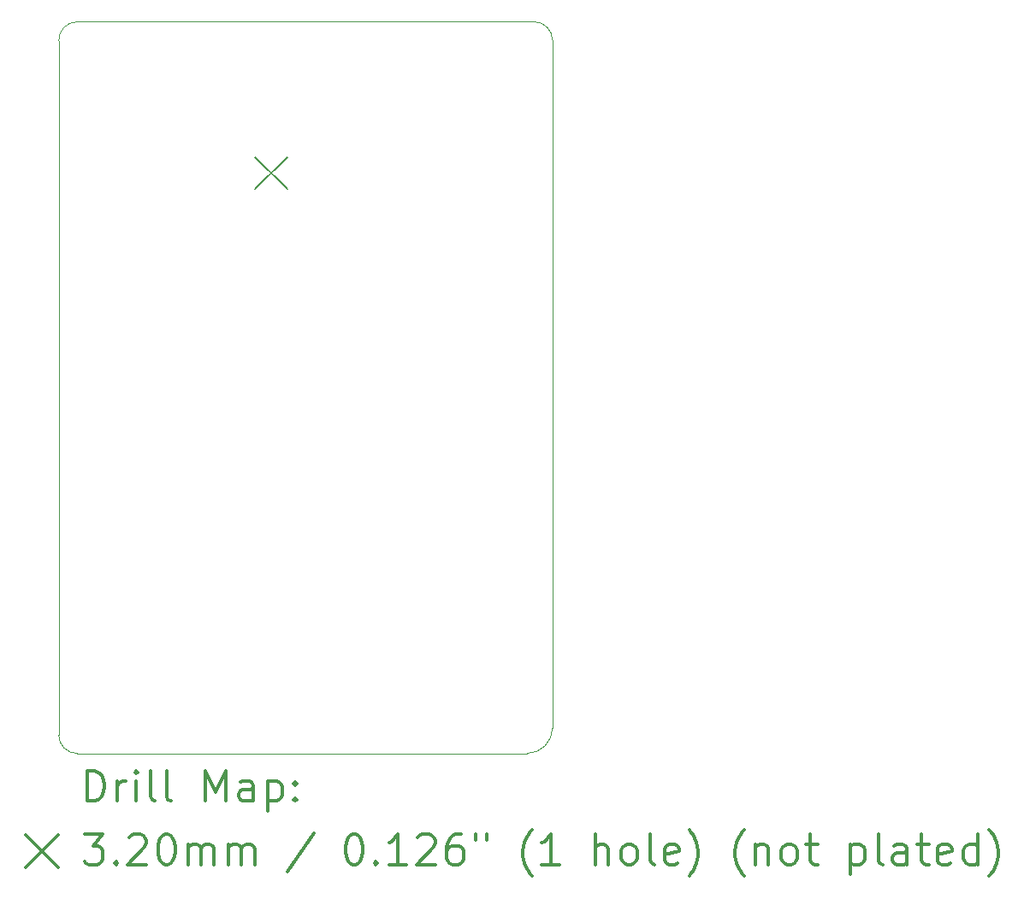
<source format=gbr>
%FSLAX45Y45*%
G04 Gerber Fmt 4.5, Leading zero omitted, Abs format (unit mm)*
G04 Created by KiCad (PCBNEW (5.1.6)-1) date 2021-10-25 07:35:55*
%MOMM*%
%LPD*%
G01*
G04 APERTURE LIST*
%TA.AperFunction,Profile*%
%ADD10C,0.050000*%
%TD*%
%TA.AperFunction,Profile*%
%ADD11C,0.100000*%
%TD*%
%ADD12C,0.200000*%
%ADD13C,0.300000*%
G04 APERTURE END LIST*
D10*
X12984480Y-19050000D02*
G75*
G02*
X12730480Y-19304000I-254000J0D01*
G01*
X8280400Y-19304000D02*
G75*
G02*
X8097520Y-19121120I0J182880D01*
G01*
X8097595Y-12242943D02*
G75*
G02*
X8280400Y-12054840I182805J5223D01*
G01*
X12801600Y-12054840D02*
G75*
G02*
X12984480Y-12237720I0J-182880D01*
G01*
D11*
X12984480Y-12237720D02*
X12984480Y-19050000D01*
X8280400Y-12054840D02*
X12801600Y-12054840D01*
X8097520Y-19121120D02*
X8097595Y-12242943D01*
X12730480Y-19304000D02*
X8280400Y-19304000D01*
D12*
X10040640Y-13393440D02*
X10360640Y-13713440D01*
X10360640Y-13393440D02*
X10040640Y-13713440D01*
D13*
X8378948Y-19774714D02*
X8378948Y-19474714D01*
X8450377Y-19474714D01*
X8493234Y-19489000D01*
X8521806Y-19517572D01*
X8536091Y-19546143D01*
X8550377Y-19603286D01*
X8550377Y-19646143D01*
X8536091Y-19703286D01*
X8521806Y-19731857D01*
X8493234Y-19760429D01*
X8450377Y-19774714D01*
X8378948Y-19774714D01*
X8678948Y-19774714D02*
X8678948Y-19574714D01*
X8678948Y-19631857D02*
X8693234Y-19603286D01*
X8707520Y-19589000D01*
X8736091Y-19574714D01*
X8764663Y-19574714D01*
X8864663Y-19774714D02*
X8864663Y-19574714D01*
X8864663Y-19474714D02*
X8850377Y-19489000D01*
X8864663Y-19503286D01*
X8878948Y-19489000D01*
X8864663Y-19474714D01*
X8864663Y-19503286D01*
X9050377Y-19774714D02*
X9021806Y-19760429D01*
X9007520Y-19731857D01*
X9007520Y-19474714D01*
X9207520Y-19774714D02*
X9178948Y-19760429D01*
X9164663Y-19731857D01*
X9164663Y-19474714D01*
X9550377Y-19774714D02*
X9550377Y-19474714D01*
X9650377Y-19689000D01*
X9750377Y-19474714D01*
X9750377Y-19774714D01*
X10021806Y-19774714D02*
X10021806Y-19617572D01*
X10007520Y-19589000D01*
X9978948Y-19574714D01*
X9921806Y-19574714D01*
X9893234Y-19589000D01*
X10021806Y-19760429D02*
X9993234Y-19774714D01*
X9921806Y-19774714D01*
X9893234Y-19760429D01*
X9878948Y-19731857D01*
X9878948Y-19703286D01*
X9893234Y-19674714D01*
X9921806Y-19660429D01*
X9993234Y-19660429D01*
X10021806Y-19646143D01*
X10164663Y-19574714D02*
X10164663Y-19874714D01*
X10164663Y-19589000D02*
X10193234Y-19574714D01*
X10250377Y-19574714D01*
X10278948Y-19589000D01*
X10293234Y-19603286D01*
X10307520Y-19631857D01*
X10307520Y-19717572D01*
X10293234Y-19746143D01*
X10278948Y-19760429D01*
X10250377Y-19774714D01*
X10193234Y-19774714D01*
X10164663Y-19760429D01*
X10436091Y-19746143D02*
X10450377Y-19760429D01*
X10436091Y-19774714D01*
X10421806Y-19760429D01*
X10436091Y-19746143D01*
X10436091Y-19774714D01*
X10436091Y-19589000D02*
X10450377Y-19603286D01*
X10436091Y-19617572D01*
X10421806Y-19603286D01*
X10436091Y-19589000D01*
X10436091Y-19617572D01*
X7772520Y-20109000D02*
X8092520Y-20429000D01*
X8092520Y-20109000D02*
X7772520Y-20429000D01*
X8350377Y-20104714D02*
X8536091Y-20104714D01*
X8436091Y-20219000D01*
X8478948Y-20219000D01*
X8507520Y-20233286D01*
X8521806Y-20247572D01*
X8536091Y-20276143D01*
X8536091Y-20347572D01*
X8521806Y-20376143D01*
X8507520Y-20390429D01*
X8478948Y-20404714D01*
X8393234Y-20404714D01*
X8364663Y-20390429D01*
X8350377Y-20376143D01*
X8664663Y-20376143D02*
X8678948Y-20390429D01*
X8664663Y-20404714D01*
X8650377Y-20390429D01*
X8664663Y-20376143D01*
X8664663Y-20404714D01*
X8793234Y-20133286D02*
X8807520Y-20119000D01*
X8836091Y-20104714D01*
X8907520Y-20104714D01*
X8936091Y-20119000D01*
X8950377Y-20133286D01*
X8964663Y-20161857D01*
X8964663Y-20190429D01*
X8950377Y-20233286D01*
X8778948Y-20404714D01*
X8964663Y-20404714D01*
X9150377Y-20104714D02*
X9178948Y-20104714D01*
X9207520Y-20119000D01*
X9221806Y-20133286D01*
X9236091Y-20161857D01*
X9250377Y-20219000D01*
X9250377Y-20290429D01*
X9236091Y-20347572D01*
X9221806Y-20376143D01*
X9207520Y-20390429D01*
X9178948Y-20404714D01*
X9150377Y-20404714D01*
X9121806Y-20390429D01*
X9107520Y-20376143D01*
X9093234Y-20347572D01*
X9078948Y-20290429D01*
X9078948Y-20219000D01*
X9093234Y-20161857D01*
X9107520Y-20133286D01*
X9121806Y-20119000D01*
X9150377Y-20104714D01*
X9378948Y-20404714D02*
X9378948Y-20204714D01*
X9378948Y-20233286D02*
X9393234Y-20219000D01*
X9421806Y-20204714D01*
X9464663Y-20204714D01*
X9493234Y-20219000D01*
X9507520Y-20247572D01*
X9507520Y-20404714D01*
X9507520Y-20247572D02*
X9521806Y-20219000D01*
X9550377Y-20204714D01*
X9593234Y-20204714D01*
X9621806Y-20219000D01*
X9636091Y-20247572D01*
X9636091Y-20404714D01*
X9778948Y-20404714D02*
X9778948Y-20204714D01*
X9778948Y-20233286D02*
X9793234Y-20219000D01*
X9821806Y-20204714D01*
X9864663Y-20204714D01*
X9893234Y-20219000D01*
X9907520Y-20247572D01*
X9907520Y-20404714D01*
X9907520Y-20247572D02*
X9921806Y-20219000D01*
X9950377Y-20204714D01*
X9993234Y-20204714D01*
X10021806Y-20219000D01*
X10036091Y-20247572D01*
X10036091Y-20404714D01*
X10621806Y-20090429D02*
X10364663Y-20476143D01*
X11007520Y-20104714D02*
X11036091Y-20104714D01*
X11064663Y-20119000D01*
X11078948Y-20133286D01*
X11093234Y-20161857D01*
X11107520Y-20219000D01*
X11107520Y-20290429D01*
X11093234Y-20347572D01*
X11078948Y-20376143D01*
X11064663Y-20390429D01*
X11036091Y-20404714D01*
X11007520Y-20404714D01*
X10978948Y-20390429D01*
X10964663Y-20376143D01*
X10950377Y-20347572D01*
X10936091Y-20290429D01*
X10936091Y-20219000D01*
X10950377Y-20161857D01*
X10964663Y-20133286D01*
X10978948Y-20119000D01*
X11007520Y-20104714D01*
X11236091Y-20376143D02*
X11250377Y-20390429D01*
X11236091Y-20404714D01*
X11221806Y-20390429D01*
X11236091Y-20376143D01*
X11236091Y-20404714D01*
X11536091Y-20404714D02*
X11364663Y-20404714D01*
X11450377Y-20404714D02*
X11450377Y-20104714D01*
X11421806Y-20147572D01*
X11393234Y-20176143D01*
X11364663Y-20190429D01*
X11650377Y-20133286D02*
X11664663Y-20119000D01*
X11693234Y-20104714D01*
X11764663Y-20104714D01*
X11793234Y-20119000D01*
X11807520Y-20133286D01*
X11821806Y-20161857D01*
X11821806Y-20190429D01*
X11807520Y-20233286D01*
X11636091Y-20404714D01*
X11821806Y-20404714D01*
X12078948Y-20104714D02*
X12021806Y-20104714D01*
X11993234Y-20119000D01*
X11978948Y-20133286D01*
X11950377Y-20176143D01*
X11936091Y-20233286D01*
X11936091Y-20347572D01*
X11950377Y-20376143D01*
X11964663Y-20390429D01*
X11993234Y-20404714D01*
X12050377Y-20404714D01*
X12078948Y-20390429D01*
X12093234Y-20376143D01*
X12107520Y-20347572D01*
X12107520Y-20276143D01*
X12093234Y-20247572D01*
X12078948Y-20233286D01*
X12050377Y-20219000D01*
X11993234Y-20219000D01*
X11964663Y-20233286D01*
X11950377Y-20247572D01*
X11936091Y-20276143D01*
X12221806Y-20104714D02*
X12221806Y-20161857D01*
X12336091Y-20104714D02*
X12336091Y-20161857D01*
X12778948Y-20519000D02*
X12764663Y-20504714D01*
X12736091Y-20461857D01*
X12721806Y-20433286D01*
X12707520Y-20390429D01*
X12693234Y-20319000D01*
X12693234Y-20261857D01*
X12707520Y-20190429D01*
X12721806Y-20147572D01*
X12736091Y-20119000D01*
X12764663Y-20076143D01*
X12778948Y-20061857D01*
X13050377Y-20404714D02*
X12878948Y-20404714D01*
X12964663Y-20404714D02*
X12964663Y-20104714D01*
X12936091Y-20147572D01*
X12907520Y-20176143D01*
X12878948Y-20190429D01*
X13407520Y-20404714D02*
X13407520Y-20104714D01*
X13536091Y-20404714D02*
X13536091Y-20247572D01*
X13521806Y-20219000D01*
X13493234Y-20204714D01*
X13450377Y-20204714D01*
X13421806Y-20219000D01*
X13407520Y-20233286D01*
X13721806Y-20404714D02*
X13693234Y-20390429D01*
X13678948Y-20376143D01*
X13664663Y-20347572D01*
X13664663Y-20261857D01*
X13678948Y-20233286D01*
X13693234Y-20219000D01*
X13721806Y-20204714D01*
X13764663Y-20204714D01*
X13793234Y-20219000D01*
X13807520Y-20233286D01*
X13821806Y-20261857D01*
X13821806Y-20347572D01*
X13807520Y-20376143D01*
X13793234Y-20390429D01*
X13764663Y-20404714D01*
X13721806Y-20404714D01*
X13993234Y-20404714D02*
X13964663Y-20390429D01*
X13950377Y-20361857D01*
X13950377Y-20104714D01*
X14221806Y-20390429D02*
X14193234Y-20404714D01*
X14136091Y-20404714D01*
X14107520Y-20390429D01*
X14093234Y-20361857D01*
X14093234Y-20247572D01*
X14107520Y-20219000D01*
X14136091Y-20204714D01*
X14193234Y-20204714D01*
X14221806Y-20219000D01*
X14236091Y-20247572D01*
X14236091Y-20276143D01*
X14093234Y-20304714D01*
X14336091Y-20519000D02*
X14350377Y-20504714D01*
X14378948Y-20461857D01*
X14393234Y-20433286D01*
X14407520Y-20390429D01*
X14421806Y-20319000D01*
X14421806Y-20261857D01*
X14407520Y-20190429D01*
X14393234Y-20147572D01*
X14378948Y-20119000D01*
X14350377Y-20076143D01*
X14336091Y-20061857D01*
X14878948Y-20519000D02*
X14864663Y-20504714D01*
X14836091Y-20461857D01*
X14821806Y-20433286D01*
X14807520Y-20390429D01*
X14793234Y-20319000D01*
X14793234Y-20261857D01*
X14807520Y-20190429D01*
X14821806Y-20147572D01*
X14836091Y-20119000D01*
X14864663Y-20076143D01*
X14878948Y-20061857D01*
X14993234Y-20204714D02*
X14993234Y-20404714D01*
X14993234Y-20233286D02*
X15007520Y-20219000D01*
X15036091Y-20204714D01*
X15078948Y-20204714D01*
X15107520Y-20219000D01*
X15121806Y-20247572D01*
X15121806Y-20404714D01*
X15307520Y-20404714D02*
X15278948Y-20390429D01*
X15264663Y-20376143D01*
X15250377Y-20347572D01*
X15250377Y-20261857D01*
X15264663Y-20233286D01*
X15278948Y-20219000D01*
X15307520Y-20204714D01*
X15350377Y-20204714D01*
X15378948Y-20219000D01*
X15393234Y-20233286D01*
X15407520Y-20261857D01*
X15407520Y-20347572D01*
X15393234Y-20376143D01*
X15378948Y-20390429D01*
X15350377Y-20404714D01*
X15307520Y-20404714D01*
X15493234Y-20204714D02*
X15607520Y-20204714D01*
X15536091Y-20104714D02*
X15536091Y-20361857D01*
X15550377Y-20390429D01*
X15578948Y-20404714D01*
X15607520Y-20404714D01*
X15936091Y-20204714D02*
X15936091Y-20504714D01*
X15936091Y-20219000D02*
X15964663Y-20204714D01*
X16021806Y-20204714D01*
X16050377Y-20219000D01*
X16064663Y-20233286D01*
X16078948Y-20261857D01*
X16078948Y-20347572D01*
X16064663Y-20376143D01*
X16050377Y-20390429D01*
X16021806Y-20404714D01*
X15964663Y-20404714D01*
X15936091Y-20390429D01*
X16250377Y-20404714D02*
X16221806Y-20390429D01*
X16207520Y-20361857D01*
X16207520Y-20104714D01*
X16493234Y-20404714D02*
X16493234Y-20247572D01*
X16478948Y-20219000D01*
X16450377Y-20204714D01*
X16393234Y-20204714D01*
X16364663Y-20219000D01*
X16493234Y-20390429D02*
X16464663Y-20404714D01*
X16393234Y-20404714D01*
X16364663Y-20390429D01*
X16350377Y-20361857D01*
X16350377Y-20333286D01*
X16364663Y-20304714D01*
X16393234Y-20290429D01*
X16464663Y-20290429D01*
X16493234Y-20276143D01*
X16593234Y-20204714D02*
X16707520Y-20204714D01*
X16636091Y-20104714D02*
X16636091Y-20361857D01*
X16650377Y-20390429D01*
X16678948Y-20404714D01*
X16707520Y-20404714D01*
X16921806Y-20390429D02*
X16893234Y-20404714D01*
X16836091Y-20404714D01*
X16807520Y-20390429D01*
X16793234Y-20361857D01*
X16793234Y-20247572D01*
X16807520Y-20219000D01*
X16836091Y-20204714D01*
X16893234Y-20204714D01*
X16921806Y-20219000D01*
X16936091Y-20247572D01*
X16936091Y-20276143D01*
X16793234Y-20304714D01*
X17193234Y-20404714D02*
X17193234Y-20104714D01*
X17193234Y-20390429D02*
X17164663Y-20404714D01*
X17107520Y-20404714D01*
X17078948Y-20390429D01*
X17064663Y-20376143D01*
X17050377Y-20347572D01*
X17050377Y-20261857D01*
X17064663Y-20233286D01*
X17078948Y-20219000D01*
X17107520Y-20204714D01*
X17164663Y-20204714D01*
X17193234Y-20219000D01*
X17307520Y-20519000D02*
X17321806Y-20504714D01*
X17350377Y-20461857D01*
X17364663Y-20433286D01*
X17378948Y-20390429D01*
X17393234Y-20319000D01*
X17393234Y-20261857D01*
X17378948Y-20190429D01*
X17364663Y-20147572D01*
X17350377Y-20119000D01*
X17321806Y-20076143D01*
X17307520Y-20061857D01*
M02*

</source>
